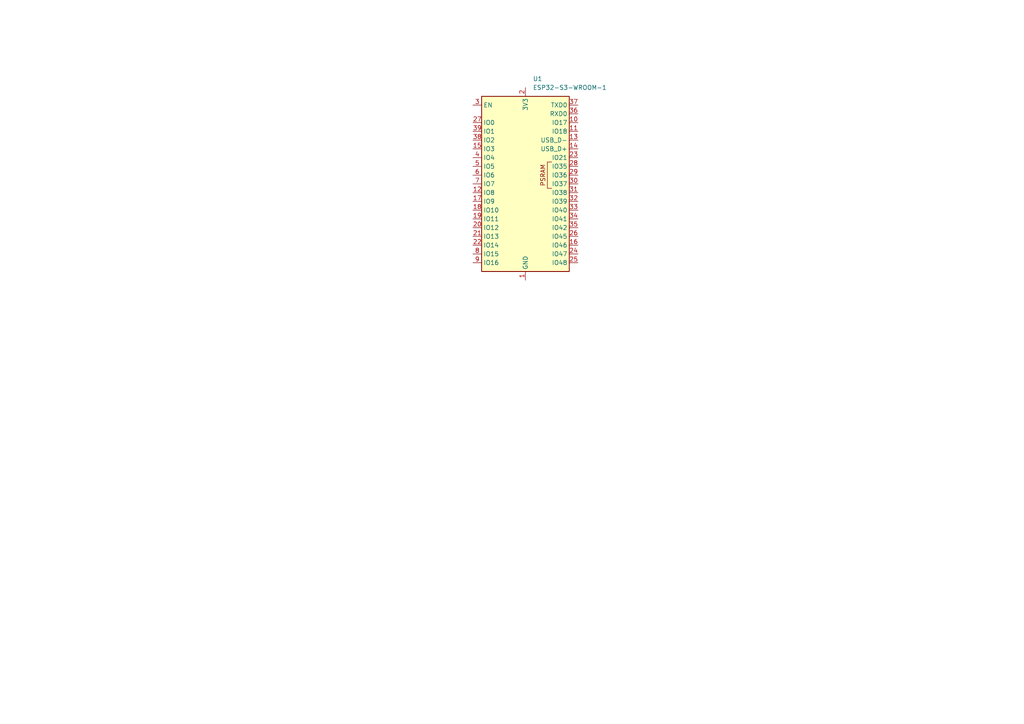
<source format=kicad_sch>
(kicad_sch (version 20250114) (generator "eeschema") (generator_version "9.0")
  (paper "A4")
  (lib_symbols
    (symbol "RF_Module:ESP32-S3-WROOM-1"
      (property "Reference" "U" (at -12.7 26.67 0))
      (property "Value" "ESP32-S3-WROOM-1" (at 12.7 26.67 0))
      (symbol "ESP32-S3-WROOM-1_0_0"
        (rectangle (start -12.7 25.4) (end 12.7 -25.4) (stroke (width 0.254)) (fill (type background)))
        (text "PSRAM" (at 5.08 2.54 900) (effects (font (size 1.27 1.27))))
      )
      (symbol "ESP32-S3-WROOM-1_0_1"
        (polyline (pts (xy 7.62 -1.27) (xy 6.35 -1.27) (xy 6.35 6.35) (xy 7.62 6.35)))
      )
      (symbol "ESP32-S3-WROOM-1_1_1"
        (pin input line (at -15.24 22.86 0) (length 2.54) (name "EN") (number "3"))
        (pin bidirectional line (at -15.24 17.78 0) (length 2.54) (name "IO0") (number "27"))
        (pin bidirectional line (at -15.24 15.24 0) (length 2.54) (name "IO1") (number "39"))
        (pin bidirectional line (at -15.24 12.7 0) (length 2.54) (name "IO2") (number "38"))
        (pin bidirectional line (at -15.24 10.16 0) (length 2.54) (name "IO3") (number "15"))
        (pin bidirectional line (at -15.24 7.62 0) (length 2.54) (name "IO4") (number "4"))
        (pin bidirectional line (at -15.24 5.08 0) (length 2.54) (name "IO5") (number "5"))
        (pin bidirectional line (at -15.24 2.54 0) (length 2.54) (name "IO6") (number "6"))
        (pin bidirectional line (at -15.24 0 0) (length 2.54) (name "IO7") (number "7"))
        (pin bidirectional line (at -15.24 -2.54 0) (length 2.54) (name "IO8") (number "12"))
        (pin bidirectional line (at -15.24 -5.08 0) (length 2.54) (name "IO9") (number "17"))
        (pin bidirectional line (at -15.24 -7.62 0) (length 2.54) (name "IO10") (number "18"))
        (pin bidirectional line (at -15.24 -10.16 0) (length 2.54) (name "IO11") (number "19"))
        (pin bidirectional line (at -15.24 -12.7 0) (length 2.54) (name "IO12") (number "20"))
        (pin bidirectional line (at -15.24 -15.24 0) (length 2.54) (name "IO13") (number "21"))
        (pin bidirectional line (at -15.24 -17.78 0) (length 2.54) (name "IO14") (number "22"))
        (pin bidirectional line (at -15.24 -20.32 0) (length 2.54) (name "IO15") (number "8"))
        (pin bidirectional line (at -15.24 -22.86 0) (length 2.54) (name "IO16") (number "9"))
        (pin power_in line (at 0 27.94 270) (length 2.54) (name "3V3") (number "2"))
        (pin power_in line (at 0 -27.94 90) (length 2.54) (name "GND") (number "1"))
        (pin passive line (at 0 -27.94 90) (length 2.54) (hide yes) (name "GND") (number "40"))
        (pin passive line (at 0 -27.94 90) (length 2.54) (hide yes) (name "GND") (number "41"))
        (pin bidirectional line (at 15.24 22.86 180) (length 2.54) (name "TXD0") (number "37"))
        (pin bidirectional line (at 15.24 20.32 180) (length 2.54) (name "RXD0") (number "36"))
        (pin bidirectional line (at 15.24 17.78 180) (length 2.54) (name "IO17") (number "10"))
        (pin bidirectional line (at 15.24 15.24 180) (length 2.54) (name "IO18") (number "11"))
        (pin bidirectional line (at 15.24 12.7 180) (length 2.54) (name "USB_D-") (number "13"))
        (pin bidirectional line (at 15.24 10.16 180) (length 2.54) (name "USB_D+") (number "14"))
        (pin bidirectional line (at 15.24 7.62 180) (length 2.54) (name "IO21") (number "23"))
        (pin bidirectional line (at 15.24 5.08 180) (length 2.54) (name "IO35") (number "28"))
        (pin bidirectional line (at 15.24 2.54 180) (length 2.54) (name "IO36") (number "29"))
        (pin bidirectional line (at 15.24 0 180) (length 2.54) (name "IO37") (number "30"))
        (pin bidirectional line (at 15.24 -2.54 180) (length 2.54) (name "IO38") (number "31"))
        (pin bidirectional line (at 15.24 -5.08 180) (length 2.54) (name "IO39") (number "32"))
        (pin bidirectional line (at 15.24 -7.62 180) (length 2.54) (name "IO40") (number "33"))
        (pin bidirectional line (at 15.24 -10.16 180) (length 2.54) (name "IO41") (number "34"))
        (pin bidirectional line (at 15.24 -12.7 180) (length 2.54) (name "IO42") (number "35"))
        (pin bidirectional line (at 15.24 -15.24 180) (length 2.54) (name "IO45") (number "26"))
        (pin bidirectional line (at 15.24 -17.78 180) (length 2.54) (name "IO46") (number "16"))
        (pin bidirectional line (at 15.24 -20.32 180) (length 2.54) (name "IO47") (number "24"))
        (pin bidirectional line (at 15.24 -22.86 180) (length 2.54) (name "IO48") (number "25"))
      )
    )
  )
  (symbol (lib_id "RF_Module:ESP32-S3-WROOM-1") (at 152.4 53.34 0) (unit 1)
    (property "Reference" "U1" (at 154.5433 22.86 0) (effects (justify left)))
    (property "Value" "ESP32-S3-WROOM-1" (at 154.5433 25.4 0) (effects (justify left)))
    (property "Footprint" "RF_Module:ESP32-S3-WROOM-1" (effects (hide yes)))
    (property "Datasheet" "https://www.espressif.com/sites/default/files/documentation/esp32-s3-wroom-1_wroom-1u_datasheet_en.pdf" (effects (hide yes)))
    (property "Description" "RF Module, ESP32-S3 SoC, Wi-Fi 802.11b/g/n, Bluetooth, BLE, 32-bit, 3.3V, onboard antenna, SMD" (effects (hide yes)))
  )
)
</source>
